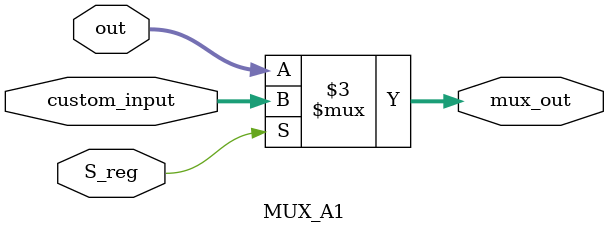
<source format=sv>
`timescale 1ns / 1ps


module MUX_A1 #(parameter bits = 8)(
input logic S_reg,                             // for imm or store in Reg
input logic [bits - 1 : 0]out,                 // which is from the ALU
input logic [bits - 1 : 0]custom_input,        // imm
output logic [bits - 1 : 0]mux_out
    );
    
always @ (S_reg, out, custom_input)
begin 
    if (S_reg)
       mux_out = custom_input;
    else   
       mux_out = out;
end

endmodule

</source>
